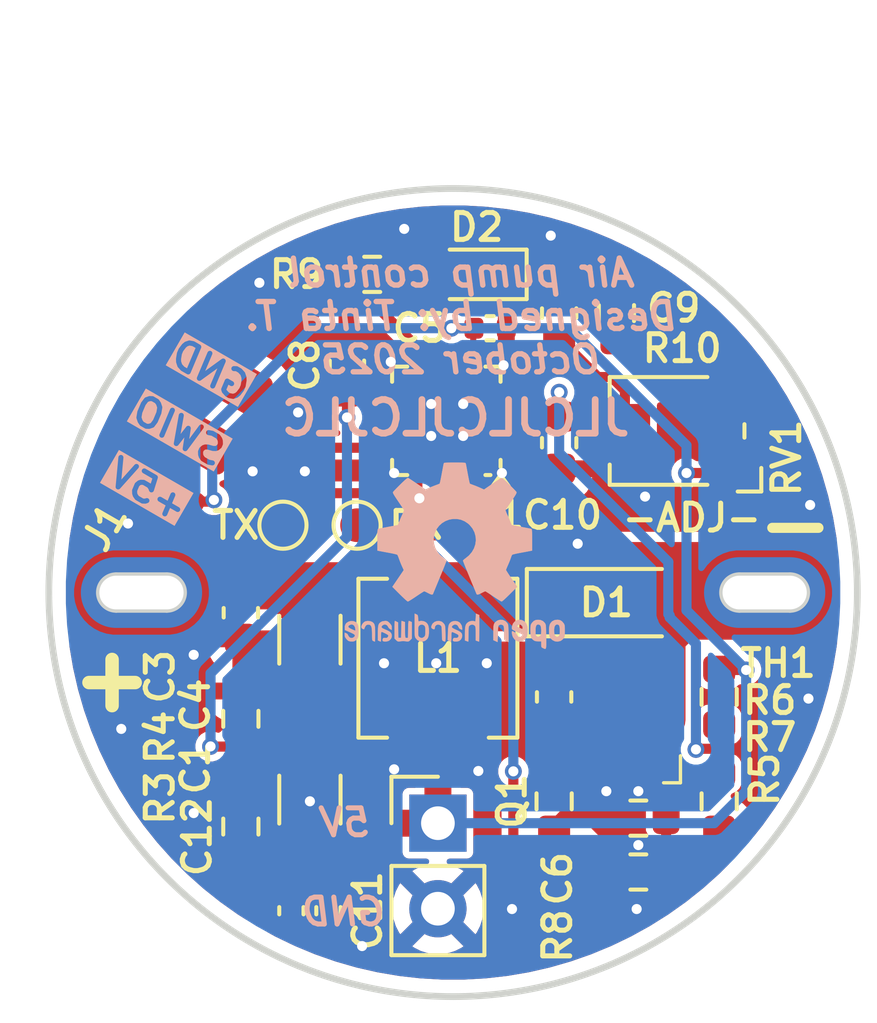
<source format=kicad_pcb>
(kicad_pcb (version 20241229) (generator "pcbnew") (generator_version "9.0")
  (title_block (title "Aquarium air pump controller") (date "2025-11-05") (rev "0.2") (company "Tinta T."))
  (layers (0 "F.Cu" signal) (2 "B.Cu" signal) (13 "F.Paste" user) (15 "B.Paste" user) (5 "F.SilkS" user "F.Silkscreen") (7 "B.SilkS" user "B.Silkscreen") (1 "F.Mask" user) (3 "B.Mask" user) (25 "Edge.Cuts" user))
  (net 0 "")
  (net 1 "/AN_V_IN")
  (net 2 "/SWIO")
  (net 6 "+5V")
  (net 9 "GND")
  (net 12 "/AN_POT")
  (net 13 "/AN_TEMP")
  (net 14 "Net-(Q1-G)")
  (net 15 "/LS_SW")
  (net 16 "Net-(D1-K)")
  (net 17 "Net-(D1-A)")
  (net 18 "Net-(C6-Pad2)")
  (net 20 "Net-(D2-A)")
  (net 21 "/LED")
  (net 22 "Net-(U1-PD6)")
  (net 23 "Net-(U1-PD5)")
  (net 26 "Net-(R10-Pad2)")
  (footprint "Potentiometer_SMD:Potentiometer_Bourns_TC33X_Vertical" (layer "F.Cu") (at 163.95 84.5 180)
    (property "Reference" "RV1" (at -3.35 -0.8 270) (layer "F.SilkS") (effects (font (size 0.8 0.8))))
    (property "Value" "50k")
    (pad "1" smd rect (at -1.8 -1 180) (size 1.2 1.2) (layers "F.Cu" "F.Mask" "F.Paste") (net 6 "+5V"))
    (pad "2" smd rect (at 1.45 0 180) (size 1.5 1.6) (layers "F.Cu" "F.Mask" "F.Paste") (net 12 "/AN_POT"))
    (pad "3" smd rect (at -1.8 1 180) (size 1.2 1.2) (layers "F.Cu" "F.Mask" "F.Paste") (net 26 "Net-(R10-Pad2)"))
  )
  (footprint "Capacitor_SMD:C_0603_1608Metric" (layer "F.Cu") (at 160.55 84.85 -90)
    (property "Reference" "C10" (at 2.15 -0.1 180) (layer "F.SilkS") (effects (font (size 0.8 0.8))))
    (property "Value" "100nF")
    (pad "1" smd roundrect (at -0.775 0 270) (size 0.9 0.95) (layers "F.Cu" "F.Mask" "F.Paste") (net 13 "/AN_TEMP"))
    (pad "2" smd roundrect (at 0.775 0 270) (size 0.9 0.95) (layers "F.Cu" "F.Mask" "F.Paste") (net 9 "GND"))
  )
  (footprint "Resistor_SMD:R_0603_1608Metric" (layer "F.Cu") (at 160.4 95.5 -90)
    (property "Reference" "R8" (at 4 -0.1 90) (layer "F.SilkS") (effects (font (size 0.8 0.8))))
    (property "Value" "TBD")
    (pad "1" smd roundrect (at -0.825 0 270) (size 0.8 0.95) (layers "F.Cu" "F.Mask" "F.Paste") (net 18 "Net-(C6-Pad2)"))
    (pad "2" smd roundrect (at 0.825 0 270) (size 0.8 0.95) (layers "F.Cu" "F.Mask" "F.Paste") (net 9 "GND"))
  )
  (footprint "Motor_conn:Motor_conn" (layer "F.Cu") (at 148.15 89.3)
    (property "Reference" "J4" (hide yes))
    (property "Value" "Motor_conn" (hide yes))
    (pad "1" thru_hole oval (at 18.5 0) (size 3.6 2.1) (drill oval 2.5 1) (layers "*.Cu" "*.Mask") (net 17 "Net-(D1-A)"))
    (pad "2" thru_hole oval (at 0 0) (size 3.6 2.1) (drill oval 2.5 1) (layers "*.Cu" "*.Mask") (net 16 "Net-(D1-K)"))
  )
  (footprint "Diode_SMD:D_SOD-123" (layer "F.Cu") (at 161.95 89.6)
    (property "Reference" "D1" (at 0 0 180) (layer "F.SilkS") (effects (font (size 0.8 0.8))))
    (property "Value" "1N4148W")
    (pad "1" smd roundrect (at -1.65 0) (size 0.9 1.2) (layers "F.Cu" "F.Mask" "F.Paste") (net 16 "Net-(D1-K)"))
    (pad "2" smd roundrect (at 1.65 0) (size 0.9 1.2) (layers "F.Cu" "F.Mask" "F.Paste") (net 17 "Net-(D1-A)"))
  )
  (footprint "Package_DFN_QFN:QFN-20-1EP_3x3mm_P0.4mm_EP1.65x1.65mm" (layer "F.Cu") (at 157.2 84.2 180)
    (property "Reference" "U1" (at -1.5 -2.8 180) (layer "F.SilkS") (effects (font (size 0.8 0.8))))
    (property "Value" "CH32V003F4U6")
    (pad "1" smd roundrect (at -1.45 -0.8 180) (size 0.85 0.2) (layers "F.Cu" "F.Mask" "F.Paste"))
    (pad "2" smd roundrect (at -1.45 -0.4 180) (size 0.85 0.2) (layers "F.Cu" "F.Mask" "F.Paste") (net 13 "/AN_TEMP"))
    (pad "3" smd roundrect (at -1.45 0 180) (size 0.85 0.2) (layers "F.Cu" "F.Mask" "F.Paste") (net 12 "/AN_POT"))
    (pad "4" smd roundrect (at -1.45 0.4 180) (size 0.85 0.2) (layers "F.Cu" "F.Mask" "F.Paste") (net 9 "GND"))
    (pad "5" smd roundrect (at -1.45 0.8 180) (size 0.85 0.2) (layers "F.Cu" "F.Mask" "F.Paste"))
    (pad "6" smd roundrect (at -0.8 1.45 180) (size 0.2 0.85) (layers "F.Cu" "F.Mask" "F.Paste") (net 6 "+5V"))
    (pad "7" smd roundrect (at -0.4 1.45 180) (size 0.2 0.85) (layers "F.Cu" "F.Mask" "F.Paste"))
    (pad "8" smd roundrect (at 0 1.45 180) (size 0.2 0.85) (layers "F.Cu" "F.Mask" "F.Paste"))
    (pad "9" smd roundrect (at 0.4 1.45 180) (size 0.2 0.85) (layers "F.Cu" "F.Mask" "F.Paste"))
    (pad "10" smd roundrect (at 0.8 1.45 180) (size 0.2 0.85) (layers "F.Cu" "F.Mask" "F.Paste") (net 21 "/LED"))
    (pad "11" smd roundrect (at 1.45 0.8 180) (size 0.85 0.2) (layers "F.Cu" "F.Mask" "F.Paste") (net 1 "/AN_V_IN"))
    (pad "12" smd roundrect (at 1.45 0.4 180) (size 0.85 0.2) (layers "F.Cu" "F.Mask" "F.Paste"))
    (pad "13" smd roundrect (at 1.45 0 180) (size 0.85 0.2) (layers "F.Cu" "F.Mask" "F.Paste"))
    (pad "14" smd roundrect (at 1.45 -0.4 180) (size 0.85 0.2) (layers "F.Cu" "F.Mask" "F.Paste"))
    (pad "15" smd roundrect (at 1.45 -0.8 180) (size 0.85 0.2) (layers "F.Cu" "F.Mask" "F.Paste") (net 2 "/SWIO"))
    (pad "16" smd roundrect (at 0.8 -1.45 180) (size 0.2 0.85) (layers "F.Cu" "F.Mask" "F.Paste") (net 15 "/LS_SW"))
    (pad "17" smd roundrect (at 0.4 -1.45 180) (size 0.2 0.85) (layers "F.Cu" "F.Mask" "F.Paste"))
    (pad "18" smd roundrect (at 0 -1.45 180) (size 0.2 0.85) (layers "F.Cu" "F.Mask" "F.Paste"))
    (pad "19" smd roundrect (at -0.4 -1.45 180) (size 0.2 0.85) (layers "F.Cu" "F.Mask" "F.Paste") (net 23 "Net-(U1-PD5)"))
    (pad "20" smd roundrect (at -0.8 -1.45 180) (size 0.2 0.85) (layers "F.Cu" "F.Mask" "F.Paste") (net 22 "Net-(U1-PD6)"))
    (pad "21" smd rect (at 0 0 180) (size 1.65 1.65) (property pad_prop_heatsink) (layers "F.Cu" "F.Mask") (net 9 "GND"))
  )
  (footprint "Capacitor_SMD:C_0402_1005Metric" (layer "F.Cu") (at 158.5 81.45)
    (property "Reference" "C5" (at -2.1 0 180) (layer "F.SilkS") (effects (font (size 0.8 0.8))))
    (property "Value" "4.7uF")
    (pad "1" smd roundrect (at -0.48 0) (size 0.56 0.62) (layers "F.Cu" "F.Mask" "F.Paste") (net 6 "+5V"))
    (pad "2" smd roundrect (at 0.48 0) (size 0.56 0.62) (layers "F.Cu" "F.Mask" "F.Paste") (net 9 "GND"))
  )
  (footprint "AP30N03DF:AP30N03DF" (layer "F.Cu") (at 161.9 94.5)
    (property "Reference" "Q1" (at -2.75 1 90) (layer "F.SilkS") (effects (font (size 0.8 0.8))))
    (property "Value" "AP30N03DF" (hide yes))
    (pad "1" smd rect (at 0 0) (size 0.42 0.7) (layers "F.Cu" "F.Mask" "F.Paste") (net 9 "GND"))
    (pad "1" smd rect (at 0.65 0) (size 0.42 0.7) (layers "F.Cu" "F.Mask" "F.Paste") (net 9 "GND"))
    (pad "1" smd rect (at 1.3 0) (size 0.42 0.7) (layers "F.Cu" "F.Mask" "F.Paste") (net 9 "GND"))
    (pad "2" smd rect (at 1.95 0) (size 0.42 0.7) (layers "F.Cu" "F.Mask" "F.Paste") (net 14 "Net-(Q1-G)"))
    (pad "3" smd rect (at 0 -3.15) (size 0.42 0.4) (layers "F.Cu" "F.Mask" "F.Paste") (net 17 "Net-(D1-A)"))
    (pad "3" smd rect (at 0.65 -3.15) (size 0.42 0.4) (layers "F.Cu" "F.Mask" "F.Paste") (net 17 "Net-(D1-A)"))
    (pad "3" smd rect (at 0.975 -2.025) (size 2.37 1.85) (layers "F.Cu" "F.Mask" "F.Paste") (net 17 "Net-(D1-A)"))
    (pad "3" smd rect (at 1.3 -3.15) (size 0.42 0.4) (layers "F.Cu" "F.Mask" "F.Paste") (net 17 "Net-(D1-A)"))
    (pad "3" smd rect (at 1.95 -3.15) (size 0.42 0.4) (layers "F.Cu" "F.Mask" "F.Paste") (net 17 "Net-(D1-A)"))
  )
  (footprint "Capacitor_SMD:C_0603_1608Metric" (layer "F.Cu") (at 151.1 89.9 -90)
    (property "Reference" "C3" (at 1.9 2.4 90) (layer "F.SilkS") (effects (font (size 0.8 0.8))))
    (property "Value" "100nF")
    (pad "1" smd roundrect (at -0.775 0 270) (size 0.9 0.95) (layers "F.Cu" "F.Mask" "F.Paste") (net 16 "Net-(D1-K)"))
    (pad "2" smd roundrect (at 0.775 0 270) (size 0.9 0.95) (layers "F.Cu" "F.Mask" "F.Paste") (net 9 "GND"))
  )
  (footprint "Capacitor_SMD:C_0603_1608Metric" (layer "F.Cu") (at 160.55 81 90)
    (property "Reference" "C9" (at 0.15 3.4 180) (layer "F.SilkS") (effects (font (size 0.8 0.8))))
    (property "Value" "100nF")
    (pad "1" smd roundrect (at -0.775 0 90) (size 0.9 0.95) (layers "F.Cu" "F.Mask" "F.Paste") (net 12 "/AN_POT"))
    (pad "2" smd roundrect (at 0.775 0 90) (size 0.9 0.95) (layers "F.Cu" "F.Mask" "F.Paste") (net 9 "GND"))
  )
  (footprint "Capacitor_SMD:C_1206_3216Metric" (layer "F.Cu") (at 153.15 90.7 -90)
    (property "Reference" "C4" (at 1.95 3.4 90) (layer "F.SilkS") (effects (font (size 0.8 0.8))))
    (property "Value" "4.7uF")
    (pad "1" smd roundrect (at -1.475 0 270) (size 1.15 1.8) (layers "F.Cu" "F.Mask" "F.Paste") (roundrect_rratio 0.217391) (net 16 "Net-(D1-K)"))
    (pad "2" smd roundrect (at 1.475 0 270) (size 1.15 1.8) (layers "F.Cu" "F.Mask" "F.Paste") (roundrect_rratio 0.217391) (net 9 "GND"))
  )
  (footprint "Capacitor_SMD:C_0603_1608Metric" (layer "F.Cu") (at 154.25 82.55 90)
    (property "Reference" "C8" (at 0 -1.25 90) (layer "F.SilkS") (effects (font (size 0.8 0.8))))
    (property "Value" "100nF")
    (pad "1" smd roundrect (at -0.775 0 90) (size 0.9 0.95) (layers "F.Cu" "F.Mask" "F.Paste") (net 1 "/AN_V_IN"))
    (pad "2" smd roundrect (at 0.775 0 90) (size 0.9 0.95) (layers "F.Cu" "F.Mask" "F.Paste") (net 9 "GND"))
  )
  (footprint "Resistor_SMD:R_0603_1608Metric" (layer "F.Cu") (at 165.3 95.5 90)
    (property "Reference" "R6" (at 3 1.5 180) (layer "F.SilkS") (effects (font (size 0.8 0.8))))
    (property "Value" "10k")
    (pad "1" smd roundrect (at -0.825 0 90) (size 0.8 0.95) (layers "F.Cu" "F.Mask" "F.Paste") (net 9 "GND"))
    (pad "2" smd roundrect (at 0.825 0 90) (size 0.8 0.95) (layers "F.Cu" "F.Mask" "F.Paste") (net 13 "/AN_TEMP"))
  )
  (footprint "Resistor_SMD:R_0603_1608Metric" (layer "F.Cu") (at 162.9 96 180)
    (property "Reference" "R7" (at -3.9 2.4 0) (layer "F.SilkS") (effects (font (size 0.8 0.8))))
    (property "Value" "10k")
    (pad "1" smd roundrect (at -0.825 0 180) (size 0.8 0.95) (layers "F.Cu" "F.Mask" "F.Paste") (net 14 "Net-(Q1-G)"))
    (pad "2" smd roundrect (at 0.825 0 180) (size 0.8 0.95) (layers "F.Cu" "F.Mask" "F.Paste") (net 9 "GND"))
  )
  (footprint "Inductor_SMD:L_APV_APH0420" (layer "F.Cu") (at 156.95 91.25 90)
    (property "Reference" "L1" (at 0 0 180) (layer "F.SilkS") (effects (font (size 0.8 0.8))))
    (property "Value" "10uH")
    (pad "1" smd roundrect (at -1.85 0 90) (size 1.5 2.5) (layers "F.Cu" "F.Mask" "F.Paste") (roundrect_rratio 0.166667) (net 6 "+5V"))
    (pad "2" smd roundrect (at 1.85 0 90) (size 1.5 2.5) (layers "F.Cu" "F.Mask" "F.Paste") (roundrect_rratio 0.166667) (net 16 "Net-(D1-K)"))
  )
  (footprint "TestPoint:TestPoint_Pad_D1.0mm" (layer "F.Cu") (at 152.35 87.3)
    (property "Reference" "TX" (at -1.4 0 0) (layer "F.SilkS") (effects (font (size 0.8 0.8))))
    (property "Value" "U_TX")
    (pad "1" smd circle (at 0 0) (size 1 1) (layers "F.Cu" "F.Mask") (net 23 "Net-(U1-PD5)"))
  )
  (footprint "Connector_PinHeader_2.54mm:PinHeader_1x02_P2.54mm_Vertical" (layer "F.Cu") (at 156.95 96.15)
    (property "Reference" "J2" (hide yes))
    (property "Value" "USB IN")
    (pad "1" thru_hole rect (at 0 0) (size 1.7 1.7) (drill 1) (layers "*.Cu" "*.Mask") (net 6 "+5V"))
    (pad "2" thru_hole circle (at 0.000001 2.54) (size 1.7 1.7) (drill 1) (layers "*.Cu" "*.Mask") (net 9 "GND"))
  )
  (footprint "Resistor_SMD:R_0603_1608Metric" (layer "F.Cu") (at 165.3 92.4 -90)
    (property "Reference" "TH1" (at -1 -1.75 180) (layer "F.SilkS") (effects (font (size 0.8 0.8))))
    (property "Value" "NTC 10k")
    (pad "1" smd roundrect (at -0.825 0 270) (size 0.8 0.95) (layers "F.Cu" "F.Mask" "F.Paste") (net 6 "+5V"))
    (pad "2" smd roundrect (at 0.825 0 270) (size 0.8 0.95) (layers "F.Cu" "F.Mask" "F.Paste") (net 13 "/AN_TEMP"))
  )
  (footprint "Resistor_SMD:R_0603_1608Metric" (layer "F.Cu") (at 151.1 93.05 -90)
    (property "Reference" "R4" (at 0.55 2.4 90) (layer "F.SilkS") (effects (font (size 0.8 0.8))))
    (property "Value" "100k")
    (pad "1" smd roundrect (at -0.825 0 270) (size 0.8 0.95) (layers "F.Cu" "F.Mask" "F.Paste") (net 9 "GND"))
    (pad "2" smd roundrect (at 0.825 0 270) (size 0.8 0.95) (layers "F.Cu" "F.Mask" "F.Paste") (net 1 "/AN_V_IN"))
  )
  (footprint "Capacitor_SMD:C_0603_1608Metric" (layer "F.Cu") (at 160.4 92.4 -90)
    (property "Reference" "C6" (at 5.4 -0.1 90) (layer "F.SilkS") (effects (font (size 0.8 0.8))))
    (property "Value" "TBD")
    (pad "1" smd roundrect (at -0.775 0 270) (size 0.9 0.95) (layers "F.Cu" "F.Mask" "F.Paste") (net 17 "Net-(D1-A)"))
    (pad "2" smd roundrect (at 0.775 0 270) (size 0.9 0.95) (layers "F.Cu" "F.Mask" "F.Paste") (net 18 "Net-(C6-Pad2)"))
  )
  (footprint "Capacitor_SMD:C_0402_1005Metric" (layer "F.Cu") (at 152.6 98.75 -90)
    (property "Reference" "C12" (at -2.2 2.8 90) (layer "F.SilkS") (effects (font (size 0.8 0.8))))
    (property "Value" "10nF")
    (pad "1" smd roundrect (at -0.48 0 270) (size 0.56 0.62) (layers "F.Cu" "F.Mask" "F.Paste") (net 6 "+5V"))
    (pad "2" smd roundrect (at 0.48 0 270) (size 0.56 0.62) (layers "F.Cu" "F.Mask" "F.Paste") (net 9 "GND"))
  )
  (footprint "Resistor_SMD:R_0603_1608Metric" (layer "F.Cu") (at 162.9 97.6 180)
    (property "Reference" "R5" (at -3.75 2.75 90) (layer "F.SilkS") (effects (font (size 0.8 0.8))))
    (property "Value" "100")
    (pad "1" smd roundrect (at -0.825 0 180) (size 0.8 0.95) (layers "F.Cu" "F.Mask" "F.Paste") (net 14 "Net-(Q1-G)"))
    (pad "2" smd roundrect (at 0.825 0 180) (size 0.8 0.95) (layers "F.Cu" "F.Mask" "F.Paste") (net 15 "/LS_SW"))
  )
  (footprint "Capacitor_SMD:C_1206_3216Metric" (layer "F.Cu") (at 153.15 95.45 90)
    (property "Reference" "C1" (at 0.95 -3.4 270) (layer "F.SilkS") (effects (font (size 0.8 0.8))))
    (property "Value" "4.7uF")
    (pad "1" smd roundrect (at -1.475 0 90) (size 1.15 1.8) (layers "F.Cu" "F.Mask" "F.Paste") (roundrect_rratio 0.217391) (net 6 "+5V"))
    (pad "2" smd roundrect (at 1.475 0 90) (size 1.15 1.8) (layers "F.Cu" "F.Mask" "F.Paste") (roundrect_rratio 0.217391) (net 9 "GND"))
  )
  (footprint "Resistor_SMD:R_0603_1608Metric" (layer "F.Cu") (at 155 79.85 180)
    (property "Reference" "R9" (at 2.25 0 0) (layer "F.SilkS") (effects (font (size 0.8 0.8))))
    (property "Value" "100")
    (pad "1" smd roundrect (at -0.825 0 180) (size 0.8 0.95) (layers "F.Cu" "F.Mask" "F.Paste") (net 20 "Net-(D2-A)"))
    (pad "2" smd roundrect (at 0.825 0 180) (size 0.8 0.95) (layers "F.Cu" "F.Mask" "F.Paste") (net 21 "/LED"))
  )
  (footprint "LED_SMD:LED_0603_1608Metric" (layer "F.Cu") (at 158.1 79.85 180)
    (property "Reference" "D2" (at 0 1.4 0) (layer "F.SilkS") (effects (font (size 0.8 0.8))))
    (property "Value" "PWR")
    (pad "1" smd roundrect (at -0.787501 0 180) (size 0.875 0.95) (layers "F.Cu" "F.Mask" "F.Paste") (net 9 "GND"))
    (pad "2" smd roundrect (at 0.787501 0 180) (size 0.875 0.95) (layers "F.Cu" "F.Mask" "F.Paste") (net 20 "Net-(D2-A)"))
  )
  (footprint "Connector_Samtec_MicroPower:Samtec_UMPS-03-XX.X-X-V-S_1x03_P2.0mm_Socket" (layer "F.Cu") (at 149.3 84.45 60)
    (property "Reference" "J1" (at -3.635329 -0.493028 60) (layer "F.SilkS") (effects (font (size 0.8 0.8))))
    (property "Value" "Conn_01x03_Pin" (hide yes))
    (pad "1" smd roundrect (at -2 0 60) (size 1.3 3.5) (layers "F.Cu" "F.Mask" "F.Paste") (roundrect_rratio 0.192308) (net 6 "+5V"))
    (pad "2" smd roundrect (at 0 0 60) (size 1.3 3.5) (layers "F.Cu" "F.Mask" "F.Paste") (roundrect_rratio 0.192308) (net 2 "/SWIO"))
    (pad "3" smd roundrect (at 2 0 60) (size 1.3 3.5) (layers "F.Cu" "F.Mask" "F.Paste") (roundrect_rratio 0.192308) (net 9 "GND"))
  )
  (footprint "Resistor_SMD:R_0603_1608Metric" (layer "F.Cu") (at 162.25 81 -90)
    (property "Reference" "R10" (at 1.05 -1.95 180) (layer "F.SilkS") (effects (font (size 0.8 0.8))))
    (property "Value" "20k")
    (pad "1" smd roundrect (at -0.825 0 270) (size 0.8 0.95) (layers "F.Cu" "F.Mask" "F.Paste") (net 9 "GND"))
    (pad "2" smd roundrect (at 0.825 0 270) (size 0.8 0.95) (layers "F.Cu" "F.Mask" "F.Paste") (net 26 "Net-(R10-Pad2)"))
  )
  (footprint "TestPoint:TestPoint_Pad_D1.0mm" (layer "F.Cu") (at 154.55 87.3)
    (property "Reference" "RX" (at 1.75 0 0) (layer "F.SilkS") (effects (font (size 0.8 0.8))))
    (property "Value" "U_RX")
    (pad "1" smd circle (at 0 0) (size 1 1) (layers "F.Cu" "F.Mask") (net 22 "Net-(U1-PD6)"))
  )
  (footprint "Capacitor_SMD:C_0402_1005Metric" (layer "F.Cu") (at 153.7 98.75 -90)
    (property "Reference" "C11" (at 0 -1.16 90) (layer "F.SilkS") (effects (font (size 0.8 0.8))))
    (property "Value" "10nF")
    (pad "1" smd roundrect (at -0.48 0 270) (size 0.56 0.62) (layers "F.Cu" "F.Mask" "F.Paste") (net 6 "+5V"))
    (pad "2" smd roundrect (at 0.48 0 270) (size 0.56 0.62) (layers "F.Cu" "F.Mask" "F.Paste") (net 9 "GND"))
  )
  (footprint "Resistor_SMD:R_0603_1608Metric" (layer "F.Cu") (at 151.1 96.25 -90)
    (property "Reference" "R3" (at -0.85 2.4 90) (layer "F.SilkS") (effects (font (size 0.8 0.8))))
    (property "Value" "10k")
    (pad "1" smd roundrect (at -0.825 0 270) (size 0.8 0.95) (layers "F.Cu" "F.Mask" "F.Paste") (net 1 "/AN_V_IN"))
    (pad "2" smd roundrect (at 0.825 0 270) (size 0.8 0.95) (layers "F.Cu" "F.Mask" "F.Paste") (net 6 "+5V"))
  )
  (footprint "Symbol:OSHW-Logo2_7.3x6mm_SilkScreen" (layer "B.Cu") (at 157.45 88.2 180)
    (property "Reference" "REF**" (hide yes))
    (property "Value" "OSHW-Logo2_7.3x6mm_SilkScreen" (hide yes))
  )
  (gr_arc (start 165.9 89.8) (mid 165.4 89.3) (end 165.9 88.8) (stroke (width 0.2)) (layer "Edge.Cuts"))
  (gr_circle (center 157.4 89.3) (end 157.4 77.3) (stroke (width 0.2)) (fill no) (layer "Edge.Cuts"))
  (gr_line (start 167.4 89.8) (end 165.9 89.8) (stroke (width 0.2)) (layer "Edge.Cuts"))
  (gr_arc (start 148.9 88.8) (mid 149.4 89.3) (end 148.9 89.8) (stroke (width 0.2)) (layer "Edge.Cuts"))
  (gr_line (start 147.4 88.8) (end 148.9 88.8) (stroke (width 0.2)) (layer "Edge.Cuts"))
  (gr_arc (start 147.4 89.8) (mid 146.9 89.3) (end 147.4 88.8) (stroke (width 0.2)) (layer "Edge.Cuts"))
  (gr_line (start 148.9 89.8) (end 147.4 89.8) (stroke (width 0.2)) (layer "Edge.Cuts"))
  (gr_arc (start 167.4 88.8) (mid 167.9 89.3) (end 167.4 89.8) (stroke (width 0.2)) (layer "Edge.Cuts"))
  (gr_line (start 165.9 88.8) (end 167.4 88.8) (stroke (width 0.2)) (layer "Edge.Cuts"))
  (gr_text "+" (at 145.9 92.9 0) (layer "F.SilkS") (effects (font (size 1.8 1.8) (thickness 0.4) (bold yes)) (justify left bottom)))
  (gr_text "-ADJ-" (at 162.35 87.55 0) (layer "F.SilkS") (effects (font (size 0.8 0.8) (thickness 0.15) (bold yes)) (justify left bottom)))
  (gr_text "-" (at 166.25 88.3 0) (layer "F.SilkS") (effects (font (size 1.8 1.8) (thickness 0.3) (bold yes)) (justify left bottom)))
  (gr_text "GND" (at 151.15 83.8 330) (layer "B.SilkS" knockout) (effects (font (size 0.8 0.8) (thickness 0.15) (bold yes) (italic yes)) (justify left bottom mirror)))
  (gr_text "Air pump control\nDesigned by: Tinta T.\nOctober 2025" (at 157.65 82.85 0) (layer "B.SilkS") (effects (font (size 0.8 0.8) (thickness 0.16) (bold yes) (italic yes)) (justify bottom mirror)))
  (gr_text "JLCJLCJLCJLC" (at 162.75 84.7 0) (layer "B.SilkS") (effects (font (size 1 1) (thickness 0.2)) (justify left bottom mirror)))
  (gr_text "SWIO" (at 150.4 85.7 330) (layer "B.SilkS" knockout) (effects (font (size 0.8 0.8) (thickness 0.15) (bold yes) (italic yes)) (justify left bottom mirror)))
  (gr_text "5V" (at 155.05 96.6 0) (layer "B.SilkS") (effects (font (size 0.8 0.8) (thickness 0.15) (bold yes) (italic yes)) (justify left bottom mirror)))
  (gr_text "GND" (at 155.5 99.25 0) (layer "B.SilkS") (effects (font (size 0.8 0.8) (thickness 0.15) (bold yes) (italic yes)) (justify left bottom mirror)))
  (gr_text "+5V" (at 149.3 87.35 330) (layer "B.SilkS" knockout) (effects (font (size 0.8 0.8) (thickness 0.15) (bold yes) (italic yes)) (justify left bottom mirror)))
  (segment (start 154.325 83.4) (end 154.25 83.325) (width 0.18) (layer "F.Cu") (net 1))
  (segment (start 150.205 93.875) (end 150.2 93.87) (width 0.3) (layer "F.Cu") (net 1))
  (segment (start 151.1 95.425) (end 151.1 93.875) (width 0.3) (layer "F.Cu") (net 1))
  (segment (start 155.75 83.4) (end 154.325 83.4) (width 0.18) (layer "F.Cu") (net 1))
  (segment (start 154.25 84.1) (end 154.25 83.325) (width 0.3) (layer "F.Cu") (net 1))
  (segment (start 151.1 93.875) (end 150.205 93.875) (width 0.3) (layer "F.Cu") (net 1))
  (via (at 154.25 84.1) (size 0.5) (drill 0.3) (layers "F.Cu" "B.Cu") (net 1))
  (via (at 150.2 93.87) (size 0.5) (drill 0.3) (layers "F.Cu" "B.Cu") (net 1))
  (segment (start 154.25 84.1) (end 154.25 87.65) (width 0.3) (layer "B.Cu") (net 1))
  (segment (start 150.2 91.7) (end 150.2 93.87) (width 0.3) (layer "B.Cu") (net 1))
  (segment (start 154.25 87.65) (end 150.2 91.7) (width 0.3) (layer "B.Cu") (net 1))
  (segment (start 149.014178 84.614178) (end 148.82885 84.614178) (width 0.3) (layer "F.Cu") (net 2))
  (segment (start 152.95 84.85) (end 153.1 85) (width 0.3) (layer "F.Cu") (net 2))
  (segment (start 153.1 85) (end 155.15 85) (width 0.3) (layer "F.Cu") (net 2))
  (segment (start 149.7 84.85) (end 152.95 84.85) (width 0.3) (layer "F.Cu") (net 2))
  (segment (start 155.15 85) (end 155.75 85) (width 0.18) (layer "F.Cu") (net 2))
  (segment (start 149.2 84.35) (end 149.7 84.85) (width 0.3) (layer "F.Cu") (net 2))
  (segment (start 149.667949 86.6) (end 149.617949 86.65) (width 0.3) (layer "F.Cu") (net 6))
  (segment (start 158 81.47) (end 158.02 81.45) (width 0.18) (layer "F.Cu") (net 6))
  (segment (start 157.35 81.45) (end 158.02 81.45) (width 0.3) (layer "F.Cu") (net 6))
  (segment (start 151.1 97.075) (end 152.05 97.075) (width 0.8) (layer "F.Cu") (net 6))
  (segment (start 165.325 91.6) (end 165.3 91.575) (width 0.3) (layer "F.Cu") (net 6))
  (segment (start 148.2 86.082051) (end 148.832051 86.082051) (width 0.3) (layer "F.Cu") (net 6))
  (segment (start 164.33 85.75) (end 165.7 85.75) (width 0.3) (layer "F.Cu") (net 6))
  (segment (start 155.55 96.15) (end 156.95 96.15) (width 0.8) (layer "F.Cu") (net 6))
  (segment (start 153.15 96.925) (end 154.775 96.925) (width 0.8) (layer "F.Cu") (net 6))
  (segment (start 154.775 96.925) (end 155.55 96.15) (width 0.8) (layer "F.Cu") (net 6))
  (segment (start 150.3 86.55) (end 150.25 86.6) (width 0.3) (layer "F.Cu") (net 6))
  (segment (start 157.35 81.45) (end 157.45 81.45) (width 0.3) (layer "F.Cu") (net 6))
  (segment (start 152.05 97.075) (end 153 97.075) (width 0.8) (layer "F.Cu") (net 6))
  (segment (start 166.1 91.6) (end 165.325 91.6) (width 0.3) (layer "F.Cu") (net 6))
  (segment (start 152.025 97.1) (end 152.05 97.075) (width 0.3) (layer "F.Cu") (net 6))
  (segment (start 153 97.075) (end 153.15 96.925) (width 0.8) (layer "F.Cu") (net 6))
  (segment (start 156.95 93.1) (end 156.95 96.15) (width 0.8) (layer "F.Cu") (net 6))
  (segment (start 150.25 86.6) (end 149.667949 86.6) (width 0.3) (layer "F.Cu") (net 6))
  (segment (start 158 82.75) (end 158 81.47) (width 0.18) (layer "F.Cu") (net 6))
  (via (at 166.1 91.6) (size 0.5) (drill 0.3) (layers "F.Cu" "B.Cu") (net 6))
  (via (at 164.33 85.75) (size 0.5) (drill 0.3) (layers "F.Cu" "B.Cu") (net 6))
  (via (at 157.35 81.45) (size 0.5) (drill 0.3) (layers "F.Cu" "B.Cu") (net 6))
  (via (at 150.3 86.55) (size 0.5) (drill 0.3) (layers "F.Cu" "B.Cu") (net 6))
  (segment (start 166.1 95.2) (end 165.15 96.15) (width 0.3) (layer "B.Cu") (net 6))
  (segment (start 164.33 85.75) (end 164.33 89.83) (width 0.3) (layer "B.Cu") (net 6))
  (segment (start 165.15 96.15) (end 156.95 96.15) (width 0.3) (layer "B.Cu") (net 6))
  (segment (start 164.33 84.93) (end 164.33 85.75) (width 0.3) (layer "B.Cu") (net 6))
  (segment (start 150.25 86.5) (end 150.25 84.4) (width 0.3) (layer "B.Cu") (net 6))
  (segment (start 157.35 81.45) (end 160.85 81.45) (width 0.3) (layer "B.Cu") (net 6))
  (segment (start 166.1 91.6) (end 166.1 95.2) (width 0.3) (layer "B.Cu") (net 6))
  (segment (start 160.85 81.45) (end 164.33 84.93) (width 0.3) (layer "B.Cu") (net 6))
  (segment (start 164.33 89.83) (end 166.1 91.6) (width 0.3) (layer "B.Cu") (net 6))
  (segment (start 153.2 81.45) (end 159.692356 81.45) (width 0.3) (layer "B.Cu") (net 6))
  (segment (start 150.25 84.4) (end 153.2 81.45) (width 0.3) (layer "B.Cu") (net 6))
  (segment (start 150.3 86.55) (end 150.25 86.5) (width 0.3) (layer "B.Cu") (net 6))
  (segment (start 162.7 96.8) (end 162.9 96.8) (width 0.5) (layer "F.Cu") (net 9))
  (segment (start 162.875 96.775) (end 162.9 96.8) (width 0.5) (layer "F.Cu") (net 9))
  (segment (start 162.9 95.2) (end 162.9 95.35) (width 0.5) (layer "F.Cu") (net 9))
  (segment (start 153.1 92.225) (end 153.15 92.175) (width 0.8) (layer "F.Cu") (net 9))
  (segment (start 161.9 95.825) (end 162.075 96) (width 0.3) (layer "F.Cu") (net 9))
  (segment (start 151.1 92.225) (end 153.1 92.225) (width 0.8) (layer "F.Cu") (net 9))
  (segment (start 162.075 96) (end 162.075 96.175) (width 0.5) (layer "F.Cu") (net 9))
  (segment (start 150.114425 83.082089) (end 150.182089 83.082089) (width 0.18) (layer "F.Cu") (net 9))
  (segment (start 162.9 95.35) (end 162.875 95.375) (width 0.5) (layer "F.Cu") (net 9))
  (segment (start 160.725 96) (end 162.075 96) (width 0.5) (layer "F.Cu") (net 9))
  (segment (start 160.4 96.325) (end 160.725 96) (width 0.5) (layer "F.Cu") (net 9))
  (segment (start 162.875 95.375) (end 162.875 96.775) (width 0.5) (layer "F.Cu") (net 9))
  (segment (start 162.075 96.175) (end 162.7 96.8) (width 0.5) (layer "F.Cu") (net 9))
  (via (at 168 86.7) (size 0.5) (drill 0.3) (layers "F.Cu" "B.Cu") (net 9))
  (via (at 155.65 94.55) (size 0.5) (drill 0.3) (layers "F.Cu" "B.Cu") (net 9))
  (via (at 158.15 94.6) (size 0.5) (drill 0.3) (layers "F.Cu" "B.Cu") (net 9))
  (via (at 163.1 86.45) (size 0.5) (drill 0.3) (layers "F.Cu" "B.Cu") (net 9))
  (via (at 156.75 84.65) (size 0.5) (drill 0.3) (layers "F.Cu" "B.Cu") (net 9))
  (via (at 162.85 98.7) (size 0.5) (drill 0.3) (layers "F.Cu" "B.Cu") (net 9))
  (via (at 162.9 95.2) (size 0.5) (drill 0.3) (layers "F.Cu" "B.Cu") (net 9))
  (via (at 162.9 96.8) (size 0.5) (drill 0.3) (layers "F.Cu" "B.Cu") (net 9))
  (via (at 155.35 91.4) (size 0.5) (drill 0.3) (layers "F.Cu" "B.Cu") (net 9))
  (via (at 161.95 95.2) (size 0.5) (drill 0.3) (layers "F.Cu" "B.Cu") (net 9))
  (via (at 158.85 85.75) (size 0.5) (drill 0.3) (layers "F.Cu" "B.Cu") (net 9))
  (via (at 147.75 87.25) (size 0.5) (drill 0.3) (layers "F.Cu" "B.Cu") (net 9))
  (via (at 167.95 92.45) (size 0.5) (drill 0.3) (layers "F.Cu" "B.Cu") (net 9))
  (via (at 156.9 91.4) (size 0.5) (drill 0.3) (layers "F.Cu" "B.Cu") (net 9))
  (via (at 157.7 84.65) (size 0.5) (drill 0.3) (layers "F.Cu" "B.Cu") (net 9))
  (via (at 147.55 93.35) (size 0.5) (drill 0.3) (layers "F.Cu" "B.Cu") (net 9))
  (via (at 156.75 83.7) (size 0.5) (drill 0.3) (layers "F.Cu" "B.Cu") (net 9))
  (via (at 151.65 80.1) (size 0.5) (drill 0.3) (layers "F.Cu" "B.Cu") (net 9))
  (via (at 155.65 85.75) (size 0.5) (drill 0.3) (layers "F.Cu" "B.Cu") (net 9))
  (via (at 151.45 85.7) (size 0.5) (drill 0.3) (layers "F.Cu" "B.Cu") (net 9))
  (via (at 153.15 95.5) (size 0.5) (drill 0.3) (layers "F.Cu" "B.Cu") (net 9))
  (via (at 149.7 91.15) (size 0.5) (drill 0.3) (layers "F.Cu" "B.Cu") (net 9))
  (via (at 152.8 83.95) (size 0.5) (drill 0.3) (layers "F.Cu" "B.Cu") (net 9))
  (via (at 155.95 78.5) (size 0.5) (drill 0.3) (layers "F.Cu" "B.Cu") (net 9))
  (via (at 149.7 95.85) (size 0.5) (drill 0.3) (layers "F.Cu" "B.Cu") (net 9))
  (via (at 154.7 99.8) (size 0.5) (drill 0.3) (layers "F.Cu" "B.Cu") (net 9))
  (via (at 157.7 83.7) (size 0.5) (drill 0.3) (layers "F.Cu" "B.Cu") (net 9))
  (via (at 161.1 87.85) (size 0.5) (drill 0.3) (layers "F.Cu" "B.Cu") (net 9))
  (via (at 158.9 82.55) (size 0.5) (drill 0.3) (layers "F.Cu" "B.Cu") (net 9))
  (via (at 153 85.7) (size 0.5) (drill 0.3) (layers "F.Cu" "B.Cu") (net 9))
  (via (at 159.15 98.7) (size 0.5) (drill 0.3) (layers "F.Cu" "B.Cu") (net 9))
  (via (at 158.4 91.4) (size 0.5) (drill 0.3) (layers "F.Cu" "B.Cu") (net 9))
  (via (at 155.55 82.45) (size 0.5) (drill 0.3) (layers "F.Cu" "B.Cu") (net 9))
  (via (at 160.3 78.7) (size 0.5) (drill 0.3) (layers "F.Cu" "B.Cu") (net 9))
  (segment (start 159.65 84) (end 159.65 82.8) (width 0.3) (layer "F.Cu") (net 12))
  (segment (start 159.45 84.2) (end 158.65 84.2) (width 0.18) (layer "F.Cu") (net 12))
  (segment (start 159.65 84) (end 159.45 84.2) (width 0.18) (layer "F.Cu") (net 12))
  (segment (start 160.575 81.775) (end 161.7 82.9) (width 0.3) (layer "F.Cu") (net 12))
  (segment (start 162.5 83.3) (end 162.5 84.5) (width 0.3) (layer "F.Cu") (net 12))
  (segment (start 162.45 84.75) (end 162.175 84.475) (width 0.3) (layer "F.Cu") (net 12))
  (segment (start 159.65 82.8) (end 160.6 81.85) (width 0.3) (layer "F.Cu") (net 12))
  (segment (start 161.7 82.9) (end 162.1 82.9) (width 0.3) (layer "F.Cu") (net 12))
  (segment (start 162.1 82.9) (end 162.5 83.3) (width 0.3) (layer "F.Cu") (net 12))
  (segment (start 160.55 81.775) (end 160.575 81.775) (width 0.3) (layer "F.Cu") (net 12))
  (segment (start 162.45 84.75) (end 162.28901 84.58901) (width 0.3) (layer "F.Cu") (net 12))
  (segment (start 160.725 81.775) (end 160.55 81.775) (width 0.3) (layer "F.Cu") (net 12))
  (segment (start 165.3 93.94) (end 164.63 93.94) (width 0.3) (layer "F.Cu") (net 13))
  (segment (start 164.63 93.94) (end 164.61 93.96) (width 0.3) (layer "F.Cu") (net 13))
  (segment (start 165.3 93.225) (end 165.3 93.94) (width 0.3) (layer "F.Cu") (net 13))
  (segment (start 165.3 93.94) (end 165.3 94.675) (width 0.3) (layer "F.Cu") (net 13))
  (segment (start 160.55 84.05) (end 160.55 83.975) (width 0.18) (layer "F.Cu") (net 13))
  (segment (start 160.55 83.35) (end 160.55 83.975) (width 0.3) (layer "F.Cu") (net 13))
  (segment (start 160 84.6) (end 160.55 84.05) (width 0.18) (layer "F.Cu") (net 13))
  (segment (start 158.65 84.6) (end 160 84.6) (width 0.18) (layer "F.Cu") (net 13))
  (via (at 164.61 93.96) (size 0.5) (drill 0.3) (layers "F.Cu" "B.Cu") (net 13))
  (via (at 160.55 83.35) (size 0.5) (drill 0.3) (layers "F.Cu" "B.Cu") (net 13))
  (segment (start 163.829 89.979) (end 163.829 90.037521) (width 0.3) (layer "B.Cu") (net 13))
  (segment (start 160.55 83.35) (end 160.55 85.15) (width 0.3) (layer "B.Cu") (net 13))
  (segment (start 163.829 90.037521) (end 164.61 90.81852) (width 0.3) (layer "B.Cu") (net 13))
  (segment (start 163.79 89.94) (end 163.829 89.979) (width 0.3) (layer "B.Cu") (net 13))
  (segment (start 164.61 90.81852) (end 164.61 93.96) (width 0.3) (layer "B.Cu") (net 13))
  (segment (start 163.79 88.39) (end 163.79 89.94) (width 0.3) (layer "B.Cu") (net 13))
  (segment (start 160.55 85.15) (end 163.79 88.39) (width 0.3) (layer "B.Cu") (net 13))
  (segment (start 163.725 96) (end 163.725 97.6) (width 0.3) (layer "F.Cu") (net 14))
  (segment (start 163.85 94.5) (end 163.85 95.875) (width 0.3) (layer "F.Cu") (net 14))
  (segment (start 163.85 95.875) (end 163.725 96) (width 0.3) (layer "F.Cu") (net 14))
  (segment (start 159.19 97.11) (end 159.19 94.61) (width 0.3) (layer "F.Cu") (net 15))
  (segment (start 156.4 86.5) (end 156.4 85.65) (width 0.18) (layer "F.Cu") (net 15))
  (segment (start 159.34 97.26) (end 159.19 97.11) (width 0.3) (layer "F.Cu") (net 15))
  (segment (start 162.075 97.6) (end 159.68 97.6) (width 0.3) (layer "F.Cu") (net 15))
  (segment (start 159.68 97.6) (end 159.34 97.26) (width 0.3) (layer "F.Cu") (net 15))
  (via (at 159.19 94.61) (size 0.5) (drill 0.3) (layers "F.Cu" "B.Cu") (net 15))
  (via (at 156.4 86.5) (size 0.5) (drill 0.3) (layers "F.Cu" "B.Cu") (net 15))
  (segment (start 156.4 86.5) (end 156.4 87.75) (width 0.3) (layer "B.Cu") (net 15))
  (segment (start 159.19 90.54) (end 159.19 94.61) (width 0.3) (layer "B.Cu") (net 15))
  (segment (start 156.4 87.75) (end 159.19 90.54) (width 0.3) (layer "B.Cu") (net 15))
  (segment (start 153.05 89.125) (end 153.15 89.225) (width 0.8) (layer "F.Cu") (net 16))
  (segment (start 156.775 89.225) (end 156.95 89.4) (width 0.8) (layer "F.Cu") (net 16))
  (segment (start 160.4 91.625) (end 161.8 91.625) (width 0.5) (layer "F.Cu") (net 17))
  (segment (start 160.4 93.175) (end 160.4 94.675) (width 0.5) (layer "F.Cu") (net 18))
  (segment (start 155.825 79.85) (end 157.312499 79.85) (width 0.3) (layer "F.Cu") (net 20))
  (segment (start 154.175 79.975) (end 154.175 79.85) (width 0.3) (layer "F.Cu") (net 21))
  (segment (start 156.4 82.15) (end 156.4 82.75) (width 0.18) (layer "F.Cu") (net 21))
  (segment (start 156.4 82.075) (end 154.175 79.85) (width 0.3) (layer "F.Cu") (net 21))
  (segment (start 156.4 82.15) (end 156.4 82.075) (width 0.3) (layer "F.Cu") (net 21))
  (segment (start 154.6 87.25) (end 154.55 87.3) (width 0.3) (layer "F.Cu") (net 22))
  (segment (start 157.273 87.602) (end 155.74348 87.602) (width 0.3) (layer "F.Cu") (net 22))
  (segment (start 158 86.875) (end 158 85.65) (width 0.18) (layer "F.Cu") (net 22))
  (segment (start 155.74348 87.602) (end 155.39148 87.25) (width 0.3) (layer "F.Cu") (net 22))
  (segment (start 157.7375 87.1375) (end 157.273 87.602) (width 0.3) (layer "F.Cu") (net 22))
  (segment (start 155.39148 87.25) (end 154.6 87.25) (width 0.3) (layer "F.Cu") (net 22))
  (segment (start 157.7375 87.1375) (end 158 86.875) (width 0.18) (layer "F.Cu") (net 22))
  (segment (start 155.951 87.101) (end 155.2 86.35) (width 0.3) (layer "F.Cu") (net 23))
  (segment (start 157.6 86.55) (end 157.6 85.65) (width 0.18) (layer "F.Cu") (net 23))
  (segment (start 157.325 86.825) (end 157.6 86.55) (width 0.18) (layer "F.Cu") (net 23))
  (segment (start 155.2 86.35) (end 153.3 86.35) (width 0.3) (layer "F.Cu") (net 23))
  (segment (start 153.3 86.35) (end 152.35 87.3) (width 0.3) (layer "F.Cu") (net 23))
  (segment (start 157.049 87.101) (end 155.951 87.101) (width 0.3) (layer "F.Cu") (net 23))
  (segment (start 157.325 86.825) (end 157.049 87.101) (width 0.3) (layer "F.Cu") (net 23))
  (segment (start 163.925 83.5) (end 162.25 81.825) (width 0.3) (layer "F.Cu") (net 26))
  (segment (start 165.75 83.5) (end 163.925 83.5) (width 0.3) (layer "F.Cu") (net 26))
  (zone (net 9) (net_name "GND") (layer "F.Cu") (priority 3) (connect_pads yes (clearance 0.18)) (min_thickness 0.18) (fill yes (thermal_gap 0.5) (thermal_bridge_width 0.5) (smoothing fillet) (radius 0.5))
    (polygon (pts (xy 161.65 94) (xy 161.5 94.15) (xy 161.5 96.3) (xy 161.8 96.6) (xy 162.6 96.6) (xy 162.9 96.3) (xy 162.9 95.55) (xy 163.5 94.95) (xy 163.5 94.15) (xy 163.35 94)))
  )
  (zone (net 16) (net_name "Net-(D1-K)") (layer "F.Cu") (priority 1) (connect_pads yes (clearance 0.3)) (min_thickness 0.25) (fill yes (thermal_gap 0.5) (thermal_bridge_width 0.5) (smoothing fillet) (radius 0.5))
    (polygon (pts (xy 150.65 88.4) (xy 160.505405 88.4) (xy 161 88.922857) (xy 161 90.148611) (xy 160.700689 90.45) (xy 152.7 90.45) (xy 152.05 89.8) (xy 150.25 89.8) (xy 149.95 90.1) (xy 149.4 90.65) (xy 146.45 90.65) (xy 146.05 90.25) (xy 146.05 88.3) (xy 146.45 87.95) (xy 150.2 87.95)))
  )
  (zone (net 9) (net_name "GND") (layer "F.Cu") (connect_pads (clearance 0.2)) (min_thickness 0.18) (fill yes (thermal_gap 0.5) (thermal_bridge_width 0.5))
    (polygon (pts (xy 143.95 75.99) (xy 170.01 75.99) (xy 170.01 102.09) (xy 143.98 101.99)))
  )
  (zone (net 17) (net_name "Net-(D1-A)") (layer "F.Cu") (priority 2) (connect_pads yes (clearance 0.3)) (min_thickness 0.25) (fill yes (thermal_gap 0.5) (thermal_bridge_width 0.5) (smoothing fillet) (radius 0.5))
    (polygon (pts (xy 162.2 87.8) (xy 161.5 88.5) (xy 161.5 93.3) (xy 161.8 93.6) (xy 164 93.6) (xy 164.3 93.3) (xy 164.3 90.9) (xy 164.5 90.7) (xy 168.2 90.7) (xy 168.7 90.2) (xy 168.7 88.3) (xy 168.2 87.8)))
  )
  (zone (net 0) (net_name "") (layer "F.Cu") (connect_pads (clearance 0)) (min_thickness 0.18)
    (keepout (tracks allowed) (vias allowed) (pads allowed) (copperpour not_allowed) (footprints allowed))
    (fill (thermal_gap 0.5) (thermal_bridge_width 0.5) (island_removal_mode 2) (island_area_min 10))
    (polygon (pts (xy 161.15 93.35) (xy 161.15 95.3) (xy 161.5 95.65) (xy 161.5 93.65)))
  )
  (zone (net 9) (net_name "GND") (layer "B.Cu") (connect_pads (clearance 0.2)) (min_thickness 0.18) (fill yes (thermal_gap 0.5) (thermal_bridge_width 0.5))
    (polygon (pts (xy 143.95 75.99) (xy 170.01 75.99) (xy 170.01 102.09) (xy 143.98 101.99)))
  )
)
</source>
